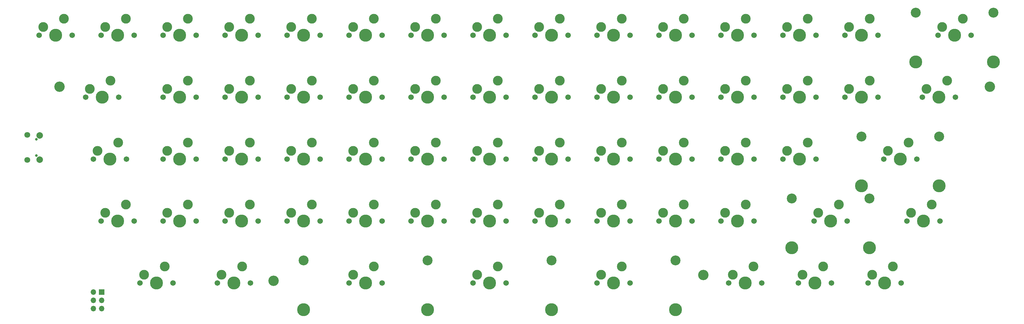
<source format=gbr>
G04 #@! TF.GenerationSoftware,KiCad,Pcbnew,(6.0.0)*
G04 #@! TF.CreationDate,2022-06-17T00:07:40-05:00*
G04 #@! TF.ProjectId,okeeb,6f6b6565-622e-46b6-9963-61645f706362,rev?*
G04 #@! TF.SameCoordinates,Original*
G04 #@! TF.FileFunction,Soldermask,Top*
G04 #@! TF.FilePolarity,Negative*
%FSLAX46Y46*%
G04 Gerber Fmt 4.6, Leading zero omitted, Abs format (unit mm)*
G04 Created by KiCad (PCBNEW (6.0.0)) date 2022-06-17 00:07:40*
%MOMM*%
%LPD*%
G01*
G04 APERTURE LIST*
%ADD10C,3.987800*%
%ADD11C,1.701800*%
%ADD12C,3.000000*%
%ADD13C,3.200000*%
%ADD14C,3.048000*%
%ADD15R,1.700000X1.700000*%
%ADD16O,1.700000X1.700000*%
%ADD17C,0.800000*%
%ADD18C,2.000000*%
%ADD19C,1.800000*%
G04 APERTURE END LIST*
D10*
X53836250Y-37600000D03*
D11*
X48756250Y-37600000D03*
D12*
X56376250Y-32520000D03*
X50026250Y-35060000D03*
D11*
X58916250Y-37600000D03*
D13*
X55030000Y-53430000D03*
X340930000Y-53430000D03*
X252880000Y-111330000D03*
X120840000Y-113130000D03*
D11*
X292278750Y-113800000D03*
D12*
X283388750Y-111260000D03*
D11*
X282118750Y-113800000D03*
D10*
X287198750Y-113800000D03*
D12*
X289738750Y-108720000D03*
D11*
X286881250Y-94750000D03*
X297041250Y-94750000D03*
D10*
X291961250Y-94750000D03*
D12*
X288151250Y-92210000D03*
X294501250Y-89670000D03*
D10*
X149086250Y-75700000D03*
D12*
X145276250Y-73160000D03*
D11*
X154166250Y-75700000D03*
D12*
X151626250Y-70620000D03*
D11*
X144006250Y-75700000D03*
X230366250Y-75700000D03*
D10*
X225286250Y-75700000D03*
D11*
X220206250Y-75700000D03*
D12*
X227826250Y-70620000D03*
X221476250Y-73160000D03*
X221476250Y-54110000D03*
D11*
X220206250Y-56650000D03*
D10*
X225286250Y-56650000D03*
D11*
X230366250Y-56650000D03*
D12*
X227826250Y-51570000D03*
X164326250Y-35060000D03*
D10*
X168136250Y-37600000D03*
D12*
X170676250Y-32520000D03*
D11*
X173216250Y-37600000D03*
X163056250Y-37600000D03*
D12*
X261957500Y-111260000D03*
D10*
X265767500Y-113800000D03*
D12*
X268307500Y-108720000D03*
D11*
X260687500Y-113800000D03*
X270847500Y-113800000D03*
X315456250Y-94750000D03*
D10*
X320536250Y-94750000D03*
D11*
X325616250Y-94750000D03*
D12*
X316726250Y-92210000D03*
X323076250Y-89670000D03*
X70663750Y-51570000D03*
D11*
X63043750Y-56650000D03*
D12*
X64313750Y-54110000D03*
D10*
X68123750Y-56650000D03*
D11*
X73203750Y-56650000D03*
D12*
X73045000Y-70620000D03*
X66695000Y-73160000D03*
D11*
X65425000Y-75700000D03*
X75585000Y-75700000D03*
D10*
X70505000Y-75700000D03*
D14*
X130040000Y-106810050D03*
D10*
X168140000Y-122020050D03*
X130040000Y-122020050D03*
D14*
X168140000Y-106810050D03*
D10*
X187186250Y-37600000D03*
D12*
X183376250Y-35060000D03*
D11*
X192266250Y-37600000D03*
D12*
X189726250Y-32520000D03*
D11*
X182106250Y-37600000D03*
D12*
X107176250Y-54110000D03*
D11*
X105906250Y-56650000D03*
D12*
X113526250Y-51570000D03*
D11*
X116066250Y-56650000D03*
D10*
X110986250Y-56650000D03*
D11*
X124956250Y-56650000D03*
D10*
X130036250Y-56650000D03*
D12*
X132576250Y-51570000D03*
D11*
X135116250Y-56650000D03*
D12*
X126226250Y-54110000D03*
D10*
X72886250Y-37600000D03*
D12*
X69076250Y-35060000D03*
D11*
X67806250Y-37600000D03*
D12*
X75426250Y-32520000D03*
D11*
X77966250Y-37600000D03*
D14*
X244340000Y-106815000D03*
X206240000Y-106815000D03*
D10*
X206240000Y-122025000D03*
X244340000Y-122025000D03*
D12*
X183376250Y-111260000D03*
X189726250Y-108720000D03*
D10*
X187186250Y-113800000D03*
D11*
X192266250Y-113800000D03*
X182106250Y-113800000D03*
D10*
X282436250Y-56650000D03*
D11*
X287516250Y-56650000D03*
X277356250Y-56650000D03*
D12*
X284976250Y-51570000D03*
X278626250Y-54110000D03*
X284976250Y-32520000D03*
D11*
X277356250Y-37600000D03*
D12*
X278626250Y-35060000D03*
D11*
X287516250Y-37600000D03*
D10*
X282436250Y-37600000D03*
D11*
X308312500Y-75700000D03*
D12*
X315932500Y-70620000D03*
X309582500Y-73160000D03*
D10*
X313392500Y-75700000D03*
D11*
X318472500Y-75700000D03*
D12*
X94476250Y-70620000D03*
X88126250Y-73160000D03*
D10*
X91936250Y-75700000D03*
D11*
X86856250Y-75700000D03*
X97016250Y-75700000D03*
X173216250Y-56650000D03*
D12*
X164326250Y-54110000D03*
D10*
X168136250Y-56650000D03*
D11*
X163056250Y-56650000D03*
D12*
X170676250Y-51570000D03*
D11*
X124956250Y-94750000D03*
D12*
X132576250Y-89670000D03*
D11*
X135116250Y-94750000D03*
D12*
X126226250Y-92210000D03*
D10*
X130036250Y-94750000D03*
D11*
X306566250Y-37600000D03*
X296406250Y-37600000D03*
D12*
X297676250Y-35060000D03*
X304026250Y-32520000D03*
D10*
X301486250Y-37600000D03*
D11*
X268466250Y-56650000D03*
D12*
X259576250Y-54110000D03*
D11*
X258306250Y-56650000D03*
D12*
X265926250Y-51570000D03*
D10*
X263386250Y-56650000D03*
D12*
X246876250Y-32520000D03*
D11*
X239256250Y-37600000D03*
D12*
X240526250Y-35060000D03*
D11*
X249416250Y-37600000D03*
D10*
X244336250Y-37600000D03*
X206236250Y-37600000D03*
D11*
X211316250Y-37600000D03*
X201156250Y-37600000D03*
D12*
X202426250Y-35060000D03*
X208776250Y-32520000D03*
D11*
X124956250Y-37600000D03*
D12*
X126226250Y-35060000D03*
D10*
X130036250Y-37600000D03*
D11*
X135116250Y-37600000D03*
D12*
X132576250Y-32520000D03*
X221476250Y-111260000D03*
X227826250Y-108720000D03*
D10*
X225286250Y-113800000D03*
D11*
X220206250Y-113800000D03*
X230366250Y-113800000D03*
D12*
X145276250Y-92210000D03*
D10*
X149086250Y-94750000D03*
D12*
X151626250Y-89670000D03*
D11*
X154166250Y-94750000D03*
X144006250Y-94750000D03*
X220206250Y-94750000D03*
D10*
X225286250Y-94750000D03*
D11*
X230366250Y-94750000D03*
D12*
X221476250Y-92210000D03*
X227826250Y-89670000D03*
D11*
X182106250Y-94750000D03*
D10*
X187186250Y-94750000D03*
D11*
X192266250Y-94750000D03*
D12*
X183376250Y-92210000D03*
X189726250Y-89670000D03*
X202426250Y-73160000D03*
D11*
X211316250Y-75700000D03*
D12*
X208776250Y-70620000D03*
D10*
X206236250Y-75700000D03*
D11*
X201156250Y-75700000D03*
D10*
X318122000Y-45830000D03*
D14*
X341998000Y-30620000D03*
D10*
X341998000Y-45830000D03*
D14*
X318122000Y-30620000D03*
D10*
X206236250Y-94750000D03*
D12*
X208776250Y-89670000D03*
X202426250Y-92210000D03*
D11*
X201156250Y-94750000D03*
X211316250Y-94750000D03*
X163056250Y-75700000D03*
D12*
X170676250Y-70620000D03*
D10*
X168136250Y-75700000D03*
D12*
X164326250Y-73160000D03*
D11*
X173216250Y-75700000D03*
D14*
X301472000Y-68710050D03*
X325348000Y-68710050D03*
D10*
X301472000Y-83920050D03*
X325348000Y-83920050D03*
X149086250Y-56650000D03*
D12*
X151626250Y-51570000D03*
D11*
X154166250Y-56650000D03*
X144006250Y-56650000D03*
D12*
X145276250Y-54110000D03*
D11*
X239256250Y-94750000D03*
D10*
X244336250Y-94750000D03*
D11*
X249416250Y-94750000D03*
D12*
X240526250Y-92210000D03*
X246876250Y-89670000D03*
X88126250Y-35060000D03*
D11*
X86856250Y-37600000D03*
D10*
X91936250Y-37600000D03*
D11*
X97016250Y-37600000D03*
D12*
X94476250Y-32520000D03*
D11*
X268466250Y-75700000D03*
D12*
X259576250Y-73160000D03*
D10*
X263386250Y-75700000D03*
D12*
X265926250Y-70620000D03*
D11*
X258306250Y-75700000D03*
X335165000Y-37590000D03*
X325005000Y-37590000D03*
D10*
X330085000Y-37590000D03*
D12*
X326275000Y-35050000D03*
X332625000Y-32510000D03*
D11*
X97016250Y-56650000D03*
X86856250Y-56650000D03*
D12*
X94476250Y-51570000D03*
D10*
X91936250Y-56650000D03*
D12*
X88126250Y-54110000D03*
X227826250Y-32520000D03*
D10*
X225286250Y-37600000D03*
D11*
X230366250Y-37600000D03*
X220206250Y-37600000D03*
D12*
X221476250Y-35060000D03*
X94476250Y-89670000D03*
X88126250Y-92210000D03*
D10*
X91936250Y-94750000D03*
D11*
X86856250Y-94750000D03*
X97016250Y-94750000D03*
D12*
X189726250Y-70620000D03*
D11*
X182106250Y-75700000D03*
X192266250Y-75700000D03*
D10*
X187186250Y-75700000D03*
D12*
X183376250Y-73160000D03*
D11*
X239256250Y-56650000D03*
D12*
X240526250Y-54110000D03*
D11*
X249416250Y-56650000D03*
D10*
X244336250Y-56650000D03*
D12*
X246876250Y-51570000D03*
D10*
X187186250Y-56650000D03*
D11*
X192266250Y-56650000D03*
D12*
X189726250Y-51570000D03*
D11*
X182106250Y-56650000D03*
D12*
X183376250Y-54110000D03*
D11*
X201156250Y-56650000D03*
D10*
X206236250Y-56650000D03*
D11*
X211316250Y-56650000D03*
D12*
X202426250Y-54110000D03*
X208776250Y-51570000D03*
D11*
X89872500Y-113800000D03*
D12*
X80982500Y-111260000D03*
D11*
X79712500Y-113800000D03*
D12*
X87332500Y-108720000D03*
D10*
X84792500Y-113800000D03*
D12*
X327838750Y-51570000D03*
D11*
X330378750Y-56650000D03*
D10*
X325298750Y-56650000D03*
D11*
X320218750Y-56650000D03*
D12*
X321488750Y-54110000D03*
X113526250Y-89670000D03*
D11*
X105906250Y-94750000D03*
D10*
X110986250Y-94750000D03*
D12*
X107176250Y-92210000D03*
D11*
X116066250Y-94750000D03*
D10*
X72886250Y-94750000D03*
D12*
X75426250Y-89670000D03*
D11*
X77966250Y-94750000D03*
X67806250Y-94750000D03*
D12*
X69076250Y-92210000D03*
D14*
X280022000Y-87765000D03*
D10*
X303898000Y-102975000D03*
D14*
X303898000Y-87765000D03*
D10*
X280022000Y-102975000D03*
D12*
X265926250Y-89670000D03*
D10*
X263386250Y-94750000D03*
D11*
X268466250Y-94750000D03*
X258306250Y-94750000D03*
D12*
X259576250Y-92210000D03*
X297676250Y-54110000D03*
X304026250Y-51570000D03*
D11*
X306566250Y-56650000D03*
X296406250Y-56650000D03*
D10*
X301486250Y-56650000D03*
D12*
X126226250Y-73160000D03*
D11*
X124956250Y-75700000D03*
D12*
X132576250Y-70620000D03*
D10*
X130036250Y-75700000D03*
D11*
X135116250Y-75700000D03*
X239256250Y-75700000D03*
D12*
X246876250Y-70620000D03*
D11*
X249416250Y-75700000D03*
D12*
X240526250Y-73160000D03*
D10*
X244336250Y-75700000D03*
D12*
X311170000Y-108720000D03*
D11*
X303550000Y-113800000D03*
D10*
X308630000Y-113800000D03*
D12*
X304820000Y-111260000D03*
D11*
X313710000Y-113800000D03*
D12*
X145276250Y-35060000D03*
D10*
X149086250Y-37600000D03*
D12*
X151626250Y-32520000D03*
D11*
X154166250Y-37600000D03*
X144006250Y-37600000D03*
X105906250Y-75700000D03*
D12*
X107176250Y-73160000D03*
D10*
X110986250Y-75700000D03*
D12*
X113526250Y-70620000D03*
D11*
X116066250Y-75700000D03*
D10*
X108605000Y-113800000D03*
D11*
X113685000Y-113800000D03*
D12*
X104795000Y-111260000D03*
X111145000Y-108720000D03*
D11*
X103525000Y-113800000D03*
D10*
X168136250Y-94750000D03*
D12*
X170676250Y-89670000D03*
D11*
X163056250Y-94750000D03*
X173216250Y-94750000D03*
D12*
X164326250Y-92210000D03*
X259576250Y-35060000D03*
D11*
X258306250Y-37600000D03*
X268466250Y-37600000D03*
D10*
X263386250Y-37600000D03*
D12*
X265926250Y-32520000D03*
D11*
X154166250Y-113800000D03*
D12*
X151626250Y-108720000D03*
D11*
X144006250Y-113800000D03*
D10*
X149086250Y-113800000D03*
D12*
X145276250Y-111260000D03*
X113526250Y-32520000D03*
X107176250Y-35060000D03*
D11*
X116066250Y-37600000D03*
D10*
X110986250Y-37600000D03*
D11*
X105906250Y-37600000D03*
X287516250Y-75700000D03*
D10*
X282436250Y-75700000D03*
D12*
X278626250Y-73160000D03*
X284976250Y-70620000D03*
D11*
X277356250Y-75700000D03*
D15*
X67985000Y-116565000D03*
D16*
X65445000Y-116565000D03*
X67985000Y-119105000D03*
X65445000Y-119105000D03*
X67985000Y-121645000D03*
X65445000Y-121645000D03*
D17*
X47870000Y-74590000D03*
X47870000Y-69590000D03*
D18*
X48920000Y-75815000D03*
D19*
X45120000Y-68215000D03*
D18*
X48920000Y-68365000D03*
D19*
X45120000Y-75965000D03*
M02*

</source>
